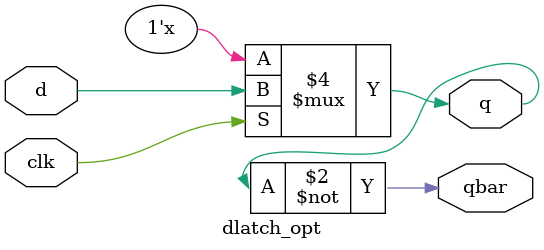
<source format=v>
`timescale 1ns / 1ps

module dlatch_opt(
    input clk, d, 
    output reg q, qbar
);

always @(clk or d)
begin
  if(clk) q = d;
  qbar = ~q;
end

endmodule
</source>
